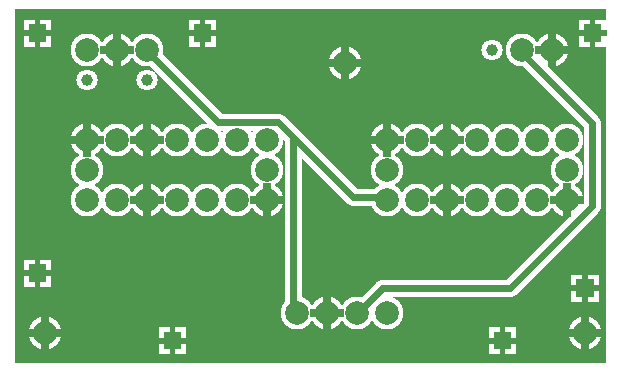
<source format=gbr>
%FSLAX34Y34*%
%MOMM*%
%LNCOPPER_TOP*%
G71*
G01*
%ADD10C,2.800*%
%ADD11C,1.400*%
%ADD12C,2.800*%
%ADD13C,1.800*%
%ADD14C,0.667*%
%ADD15C,0.500*%
%ADD16C,2.000*%
%ADD17C,0.600*%
%ADD18C,2.000*%
%ADD19C,1.000*%
%LPD*%
G36*
X0Y300000D02*
X500000Y300000D01*
X500000Y0D01*
X0Y0D01*
X0Y300000D01*
G37*
%LPC*%
X315100Y188710D02*
G54D10*
D03*
X340500Y188710D02*
G54D10*
D03*
X340500Y188710D02*
G54D10*
D03*
X365900Y188710D02*
G54D10*
D03*
X365900Y188710D02*
G54D10*
D03*
X391300Y188710D02*
G54D10*
D03*
X391300Y188710D02*
G54D10*
D03*
X416700Y188710D02*
G54D10*
D03*
X416700Y188710D02*
G54D10*
D03*
X442100Y188710D02*
G54D10*
D03*
X442100Y188710D02*
G54D10*
D03*
X467500Y188710D02*
G54D10*
D03*
X467500Y188710D02*
G54D10*
D03*
X467500Y163310D02*
G54D10*
D03*
X467500Y163310D02*
G54D10*
D03*
X467500Y137910D02*
G54D10*
D03*
X315100Y188710D02*
G54D10*
D03*
X315100Y163310D02*
G54D10*
D03*
X315100Y163310D02*
G54D10*
D03*
X315100Y137910D02*
G54D10*
D03*
X315100Y137910D02*
G54D10*
D03*
X340500Y137910D02*
G54D10*
D03*
X340500Y137910D02*
G54D10*
D03*
X365900Y137910D02*
G54D10*
D03*
X365900Y137910D02*
G54D10*
D03*
X391300Y137910D02*
G54D10*
D03*
X391300Y137910D02*
G54D10*
D03*
X416700Y137910D02*
G54D10*
D03*
X416700Y137910D02*
G54D10*
D03*
X442100Y137910D02*
G54D10*
D03*
X442100Y137910D02*
G54D10*
D03*
X467500Y137910D02*
G54D10*
D03*
X467500Y137910D02*
G54D10*
D03*
X315100Y137910D02*
G54D10*
D03*
X61100Y188710D02*
G54D10*
D03*
X86500Y188710D02*
G54D10*
D03*
X86500Y188710D02*
G54D10*
D03*
X111900Y188710D02*
G54D10*
D03*
X111900Y188710D02*
G54D10*
D03*
X137300Y188710D02*
G54D10*
D03*
X137300Y188710D02*
G54D10*
D03*
X162700Y188710D02*
G54D10*
D03*
X162700Y188710D02*
G54D10*
D03*
X188100Y188710D02*
G54D10*
D03*
X188100Y188710D02*
G54D10*
D03*
X213500Y188710D02*
G54D10*
D03*
X213500Y188710D02*
G54D10*
D03*
X213500Y163310D02*
G54D10*
D03*
X213500Y163310D02*
G54D10*
D03*
X213500Y137910D02*
G54D10*
D03*
X61100Y188710D02*
G54D10*
D03*
X61100Y163310D02*
G54D10*
D03*
X61100Y163310D02*
G54D10*
D03*
X61100Y137910D02*
G54D10*
D03*
X61100Y137910D02*
G54D10*
D03*
X86500Y137910D02*
G54D10*
D03*
X86500Y137910D02*
G54D10*
D03*
X111900Y137910D02*
G54D10*
D03*
X111900Y137910D02*
G54D10*
D03*
X137300Y137910D02*
G54D10*
D03*
X137300Y137910D02*
G54D10*
D03*
X162700Y137910D02*
G54D10*
D03*
X162700Y137910D02*
G54D10*
D03*
X188100Y137910D02*
G54D10*
D03*
X188100Y137910D02*
G54D10*
D03*
X213500Y137910D02*
G54D10*
D03*
X213500Y137910D02*
G54D10*
D03*
X61100Y137910D02*
G54D10*
D03*
X238900Y42660D02*
G54D10*
D03*
X238900Y42660D02*
G54D10*
D03*
X264300Y42660D02*
G54D10*
D03*
X264300Y42660D02*
G54D10*
D03*
X289700Y42660D02*
G54D10*
D03*
X289700Y42660D02*
G54D10*
D03*
X315100Y42660D02*
G54D10*
D03*
X315100Y42660D02*
G54D10*
D03*
X61100Y264910D02*
G54D10*
D03*
X86500Y264910D02*
G54D10*
D03*
X111900Y264910D02*
G54D10*
D03*
X454800Y264910D02*
G54D10*
D03*
X429400Y264910D02*
G54D10*
D03*
G54D11*
X111900Y264910D02*
X108750Y268060D01*
X172250Y204560D01*
X223050Y204560D01*
X286550Y141060D01*
X311950Y141060D01*
X315100Y137910D01*
G54D11*
X111900Y264910D02*
X108750Y268060D01*
X172250Y204560D01*
X223050Y204560D01*
X235750Y191860D01*
X235750Y45810D01*
X238900Y42660D01*
G54D11*
X429400Y264910D02*
X431800Y266700D01*
X431800Y260350D01*
X488950Y203200D01*
X488950Y133350D01*
X419100Y63500D01*
X311150Y63500D01*
X292100Y44450D01*
X289700Y42660D01*
X25400Y25400D02*
G54D10*
D03*
X25400Y25400D02*
G54D12*
D03*
X482600Y25400D02*
G54D12*
D03*
X279400Y254000D02*
G54D12*
D03*
G36*
X7550Y290900D02*
X30550Y290900D01*
X30550Y267900D01*
X7550Y267900D01*
X7550Y290900D01*
G37*
G36*
X7550Y87700D02*
X30550Y87700D01*
X30550Y64700D01*
X7550Y64700D01*
X7550Y87700D01*
G37*
G36*
X121850Y30550D02*
X144850Y30550D01*
X144850Y7550D01*
X121850Y7550D01*
X121850Y30550D01*
G37*
G36*
X401250Y30550D02*
X424250Y30550D01*
X424250Y7550D01*
X401250Y7550D01*
X401250Y30550D01*
G37*
G36*
X471100Y75000D02*
X494100Y75000D01*
X494100Y52000D01*
X471100Y52000D01*
X471100Y75000D01*
G37*
G36*
X147250Y290900D02*
X170250Y290900D01*
X170250Y267900D01*
X147250Y267900D01*
X147250Y290900D01*
G37*
G36*
X477450Y290900D02*
X500450Y290900D01*
X500450Y267900D01*
X477450Y267900D01*
X477450Y290900D01*
G37*
X61100Y239510D02*
G54D13*
D03*
X111900Y239510D02*
G54D13*
D03*
X404000Y264910D02*
G54D13*
D03*
%LPD*%
G54D14*
G36*
X362567Y188710D02*
X362567Y203210D01*
X369233Y203210D01*
X369233Y188710D01*
X362567Y188710D01*
G37*
G36*
X365900Y192043D02*
X380400Y192043D01*
X380400Y185377D01*
X365900Y185377D01*
X365900Y192043D01*
G37*
G36*
X369233Y188710D02*
X369233Y174210D01*
X362567Y174210D01*
X362567Y188710D01*
X369233Y188710D01*
G37*
G36*
X365900Y185377D02*
X351400Y185377D01*
X351400Y192043D01*
X365900Y192043D01*
X365900Y185377D01*
G37*
G54D14*
G36*
X315100Y192043D02*
X329600Y192043D01*
X329600Y185377D01*
X315100Y185377D01*
X315100Y192043D01*
G37*
G36*
X318433Y188710D02*
X318433Y174210D01*
X311767Y174210D01*
X311767Y188710D01*
X318433Y188710D01*
G37*
G36*
X315100Y185377D02*
X300600Y185377D01*
X300600Y192043D01*
X315100Y192043D01*
X315100Y185377D01*
G37*
G36*
X311767Y188710D02*
X311767Y203210D01*
X318433Y203210D01*
X318433Y188710D01*
X311767Y188710D01*
G37*
G54D14*
G36*
X362567Y137910D02*
X362567Y152410D01*
X369233Y152410D01*
X369233Y137910D01*
X362567Y137910D01*
G37*
G36*
X365900Y141243D02*
X380400Y141243D01*
X380400Y134577D01*
X365900Y134577D01*
X365900Y141243D01*
G37*
G36*
X369233Y137910D02*
X369233Y123410D01*
X362567Y123410D01*
X362567Y137910D01*
X369233Y137910D01*
G37*
G36*
X365900Y134577D02*
X351400Y134577D01*
X351400Y141243D01*
X365900Y141243D01*
X365900Y134577D01*
G37*
G54D14*
G36*
X467500Y141243D02*
X482000Y141243D01*
X482000Y134577D01*
X467500Y134577D01*
X467500Y141243D01*
G37*
G36*
X470833Y137910D02*
X470833Y123410D01*
X464167Y123410D01*
X464167Y137910D01*
X470833Y137910D01*
G37*
G36*
X467500Y134577D02*
X453000Y134577D01*
X453000Y141243D01*
X467500Y141243D01*
X467500Y134577D01*
G37*
G36*
X464167Y137910D02*
X464167Y152410D01*
X470833Y152410D01*
X470833Y137910D01*
X464167Y137910D01*
G37*
G54D14*
G36*
X108567Y188710D02*
X108567Y203210D01*
X115233Y203210D01*
X115233Y188710D01*
X108567Y188710D01*
G37*
G36*
X111900Y192043D02*
X126400Y192043D01*
X126400Y185377D01*
X111900Y185377D01*
X111900Y192043D01*
G37*
G36*
X115233Y188710D02*
X115233Y174210D01*
X108567Y174210D01*
X108567Y188710D01*
X115233Y188710D01*
G37*
G36*
X111900Y185377D02*
X97400Y185377D01*
X97400Y192043D01*
X111900Y192043D01*
X111900Y185377D01*
G37*
G54D14*
G36*
X61100Y192043D02*
X75600Y192043D01*
X75600Y185377D01*
X61100Y185377D01*
X61100Y192043D01*
G37*
G36*
X64433Y188710D02*
X64433Y174210D01*
X57767Y174210D01*
X57767Y188710D01*
X64433Y188710D01*
G37*
G36*
X61100Y185377D02*
X46600Y185377D01*
X46600Y192043D01*
X61100Y192043D01*
X61100Y185377D01*
G37*
G36*
X57767Y188710D02*
X57767Y203210D01*
X64433Y203210D01*
X64433Y188710D01*
X57767Y188710D01*
G37*
G54D14*
G36*
X108567Y137910D02*
X108567Y152410D01*
X115233Y152410D01*
X115233Y137910D01*
X108567Y137910D01*
G37*
G36*
X111900Y141243D02*
X126400Y141243D01*
X126400Y134577D01*
X111900Y134577D01*
X111900Y141243D01*
G37*
G36*
X115233Y137910D02*
X115233Y123410D01*
X108567Y123410D01*
X108567Y137910D01*
X115233Y137910D01*
G37*
G36*
X111900Y134577D02*
X97400Y134577D01*
X97400Y141243D01*
X111900Y141243D01*
X111900Y134577D01*
G37*
G54D14*
G36*
X213500Y141243D02*
X228000Y141243D01*
X228000Y134577D01*
X213500Y134577D01*
X213500Y141243D01*
G37*
G36*
X216833Y137910D02*
X216833Y123410D01*
X210167Y123410D01*
X210167Y137910D01*
X216833Y137910D01*
G37*
G36*
X213500Y134577D02*
X199000Y134577D01*
X199000Y141243D01*
X213500Y141243D01*
X213500Y134577D01*
G37*
G36*
X210167Y137910D02*
X210167Y152410D01*
X216833Y152410D01*
X216833Y137910D01*
X210167Y137910D01*
G37*
G54D14*
G36*
X260967Y42660D02*
X260967Y57160D01*
X267633Y57160D01*
X267633Y42660D01*
X260967Y42660D01*
G37*
G36*
X264300Y45993D02*
X278800Y45993D01*
X278800Y39327D01*
X264300Y39327D01*
X264300Y45993D01*
G37*
G36*
X267633Y42660D02*
X267633Y28160D01*
X260967Y28160D01*
X260967Y42660D01*
X267633Y42660D01*
G37*
G36*
X264300Y39327D02*
X249800Y39327D01*
X249800Y45993D01*
X264300Y45993D01*
X264300Y39327D01*
G37*
G54D14*
G36*
X83167Y264910D02*
X83167Y279410D01*
X89833Y279410D01*
X89833Y264910D01*
X83167Y264910D01*
G37*
G36*
X86500Y268243D02*
X101000Y268243D01*
X101000Y261577D01*
X86500Y261577D01*
X86500Y268243D01*
G37*
G36*
X89833Y264910D02*
X89833Y250410D01*
X83167Y250410D01*
X83167Y264910D01*
X89833Y264910D01*
G37*
G36*
X86500Y261577D02*
X72000Y261577D01*
X72000Y268243D01*
X86500Y268243D01*
X86500Y261577D01*
G37*
G54D14*
G36*
X451467Y264910D02*
X451467Y279410D01*
X458133Y279410D01*
X458133Y264910D01*
X451467Y264910D01*
G37*
G36*
X454800Y268243D02*
X469300Y268243D01*
X469300Y261577D01*
X454800Y261577D01*
X454800Y268243D01*
G37*
G36*
X458133Y264910D02*
X458133Y250410D01*
X451467Y250410D01*
X451467Y264910D01*
X458133Y264910D01*
G37*
G36*
X454800Y261577D02*
X440300Y261577D01*
X440300Y268243D01*
X454800Y268243D01*
X454800Y261577D01*
G37*
G54D14*
G36*
X22067Y25400D02*
X22067Y39900D01*
X28733Y39900D01*
X28733Y25400D01*
X22067Y25400D01*
G37*
G36*
X25400Y28733D02*
X39900Y28733D01*
X39900Y22067D01*
X25400Y22067D01*
X25400Y28733D01*
G37*
G36*
X28733Y25400D02*
X28733Y10900D01*
X22067Y10900D01*
X22067Y25400D01*
X28733Y25400D01*
G37*
G36*
X25400Y22067D02*
X10900Y22067D01*
X10900Y28733D01*
X25400Y28733D01*
X25400Y22067D01*
G37*
G54D14*
G36*
X479267Y25400D02*
X479267Y39900D01*
X485933Y39900D01*
X485933Y25400D01*
X479267Y25400D01*
G37*
G36*
X482600Y28733D02*
X497100Y28733D01*
X497100Y22067D01*
X482600Y22067D01*
X482600Y28733D01*
G37*
G36*
X485933Y25400D02*
X485933Y10900D01*
X479267Y10900D01*
X479267Y25400D01*
X485933Y25400D01*
G37*
G36*
X482600Y22067D02*
X468100Y22067D01*
X468100Y28733D01*
X482600Y28733D01*
X482600Y22067D01*
G37*
G54D14*
G36*
X276067Y254000D02*
X276067Y268500D01*
X282733Y268500D01*
X282733Y254000D01*
X276067Y254000D01*
G37*
G36*
X279400Y257333D02*
X293900Y257333D01*
X293900Y250667D01*
X279400Y250667D01*
X279400Y257333D01*
G37*
G36*
X282733Y254000D02*
X282733Y239500D01*
X276067Y239500D01*
X276067Y254000D01*
X282733Y254000D01*
G37*
G36*
X279400Y250667D02*
X264900Y250667D01*
X264900Y257333D01*
X279400Y257333D01*
X279400Y250667D01*
G37*
G54D15*
G36*
X16550Y279400D02*
X16550Y291400D01*
X21550Y291400D01*
X21550Y279400D01*
X16550Y279400D01*
G37*
G36*
X19050Y281900D02*
X31050Y281900D01*
X31050Y276900D01*
X19050Y276900D01*
X19050Y281900D01*
G37*
G36*
X21550Y279400D02*
X21550Y267400D01*
X16550Y267400D01*
X16550Y279400D01*
X21550Y279400D01*
G37*
G36*
X19050Y276900D02*
X7050Y276900D01*
X7050Y281900D01*
X19050Y281900D01*
X19050Y276900D01*
G37*
G54D15*
G36*
X16550Y76200D02*
X16550Y88200D01*
X21550Y88200D01*
X21550Y76200D01*
X16550Y76200D01*
G37*
G36*
X19050Y78700D02*
X31050Y78700D01*
X31050Y73700D01*
X19050Y73700D01*
X19050Y78700D01*
G37*
G36*
X21550Y76200D02*
X21550Y64200D01*
X16550Y64200D01*
X16550Y76200D01*
X21550Y76200D01*
G37*
G36*
X19050Y73700D02*
X7050Y73700D01*
X7050Y78700D01*
X19050Y78700D01*
X19050Y73700D01*
G37*
G54D15*
G36*
X130850Y19050D02*
X130850Y31050D01*
X135850Y31050D01*
X135850Y19050D01*
X130850Y19050D01*
G37*
G36*
X133350Y21550D02*
X145350Y21550D01*
X145350Y16550D01*
X133350Y16550D01*
X133350Y21550D01*
G37*
G36*
X135850Y19050D02*
X135850Y7050D01*
X130850Y7050D01*
X130850Y19050D01*
X135850Y19050D01*
G37*
G36*
X133350Y16550D02*
X121350Y16550D01*
X121350Y21550D01*
X133350Y21550D01*
X133350Y16550D01*
G37*
G54D15*
G36*
X410250Y19050D02*
X410250Y31050D01*
X415250Y31050D01*
X415250Y19050D01*
X410250Y19050D01*
G37*
G36*
X412750Y21550D02*
X424750Y21550D01*
X424750Y16550D01*
X412750Y16550D01*
X412750Y21550D01*
G37*
G36*
X415250Y19050D02*
X415250Y7050D01*
X410250Y7050D01*
X410250Y19050D01*
X415250Y19050D01*
G37*
G36*
X412750Y16550D02*
X400750Y16550D01*
X400750Y21550D01*
X412750Y21550D01*
X412750Y16550D01*
G37*
G54D15*
G36*
X480100Y63500D02*
X480100Y75500D01*
X485100Y75500D01*
X485100Y63500D01*
X480100Y63500D01*
G37*
G36*
X482600Y66000D02*
X494600Y66000D01*
X494600Y61000D01*
X482600Y61000D01*
X482600Y66000D01*
G37*
G36*
X485100Y63500D02*
X485100Y51500D01*
X480100Y51500D01*
X480100Y63500D01*
X485100Y63500D01*
G37*
G36*
X482600Y61000D02*
X470600Y61000D01*
X470600Y66000D01*
X482600Y66000D01*
X482600Y61000D01*
G37*
G54D15*
G36*
X156250Y279400D02*
X156250Y291400D01*
X161250Y291400D01*
X161250Y279400D01*
X156250Y279400D01*
G37*
G36*
X158750Y281900D02*
X170750Y281900D01*
X170750Y276900D01*
X158750Y276900D01*
X158750Y281900D01*
G37*
G36*
X161250Y279400D02*
X161250Y267400D01*
X156250Y267400D01*
X156250Y279400D01*
X161250Y279400D01*
G37*
G36*
X158750Y276900D02*
X146750Y276900D01*
X146750Y281900D01*
X158750Y281900D01*
X158750Y276900D01*
G37*
G54D15*
G36*
X486450Y279400D02*
X486450Y291400D01*
X491450Y291400D01*
X491450Y279400D01*
X486450Y279400D01*
G37*
G36*
X488950Y281900D02*
X500950Y281900D01*
X500950Y276900D01*
X488950Y276900D01*
X488950Y281900D01*
G37*
G36*
X491450Y279400D02*
X491450Y267400D01*
X486450Y267400D01*
X486450Y279400D01*
X491450Y279400D01*
G37*
G36*
X488950Y276900D02*
X476950Y276900D01*
X476950Y281900D01*
X488950Y281900D01*
X488950Y276900D01*
G37*
X315100Y188710D02*
G54D16*
D03*
X340500Y188710D02*
G54D16*
D03*
X340500Y188710D02*
G54D16*
D03*
X365900Y188710D02*
G54D16*
D03*
X365900Y188710D02*
G54D16*
D03*
X391300Y188710D02*
G54D16*
D03*
X391300Y188710D02*
G54D16*
D03*
X416700Y188710D02*
G54D16*
D03*
X416700Y188710D02*
G54D16*
D03*
X442100Y188710D02*
G54D16*
D03*
X442100Y188710D02*
G54D16*
D03*
X467500Y188710D02*
G54D16*
D03*
X467500Y188710D02*
G54D16*
D03*
X467500Y163310D02*
G54D16*
D03*
X467500Y163310D02*
G54D16*
D03*
X467500Y137910D02*
G54D16*
D03*
X315100Y188710D02*
G54D16*
D03*
X315100Y163310D02*
G54D16*
D03*
X315100Y163310D02*
G54D16*
D03*
X315100Y137910D02*
G54D16*
D03*
X315100Y137910D02*
G54D16*
D03*
X340500Y137910D02*
G54D16*
D03*
X340500Y137910D02*
G54D16*
D03*
X365900Y137910D02*
G54D16*
D03*
X365900Y137910D02*
G54D16*
D03*
X391300Y137910D02*
G54D16*
D03*
X391300Y137910D02*
G54D16*
D03*
X416700Y137910D02*
G54D16*
D03*
X416700Y137910D02*
G54D16*
D03*
X442100Y137910D02*
G54D16*
D03*
X442100Y137910D02*
G54D16*
D03*
X467500Y137910D02*
G54D16*
D03*
X467500Y137910D02*
G54D16*
D03*
X315100Y137910D02*
G54D16*
D03*
X61100Y188710D02*
G54D16*
D03*
X86500Y188710D02*
G54D16*
D03*
X86500Y188710D02*
G54D16*
D03*
X111900Y188710D02*
G54D16*
D03*
X111900Y188710D02*
G54D16*
D03*
X137300Y188710D02*
G54D16*
D03*
X137300Y188710D02*
G54D16*
D03*
X162700Y188710D02*
G54D16*
D03*
X162700Y188710D02*
G54D16*
D03*
X188100Y188710D02*
G54D16*
D03*
X188100Y188710D02*
G54D16*
D03*
X213500Y188710D02*
G54D16*
D03*
X213500Y188710D02*
G54D16*
D03*
X213500Y163310D02*
G54D16*
D03*
X213500Y163310D02*
G54D16*
D03*
X213500Y137910D02*
G54D16*
D03*
X61100Y188710D02*
G54D16*
D03*
X61100Y163310D02*
G54D16*
D03*
X61100Y163310D02*
G54D16*
D03*
X61100Y137910D02*
G54D16*
D03*
X61100Y137910D02*
G54D16*
D03*
X86500Y137910D02*
G54D16*
D03*
X86500Y137910D02*
G54D16*
D03*
X111900Y137910D02*
G54D16*
D03*
X111900Y137910D02*
G54D16*
D03*
X137300Y137910D02*
G54D16*
D03*
X137300Y137910D02*
G54D16*
D03*
X162700Y137910D02*
G54D16*
D03*
X162700Y137910D02*
G54D16*
D03*
X188100Y137910D02*
G54D16*
D03*
X188100Y137910D02*
G54D16*
D03*
X213500Y137910D02*
G54D16*
D03*
X213500Y137910D02*
G54D16*
D03*
X61100Y137910D02*
G54D16*
D03*
X238900Y42660D02*
G54D16*
D03*
X238900Y42660D02*
G54D16*
D03*
X264300Y42660D02*
G54D16*
D03*
X264300Y42660D02*
G54D16*
D03*
X289700Y42660D02*
G54D16*
D03*
X289700Y42660D02*
G54D16*
D03*
X315100Y42660D02*
G54D16*
D03*
X315100Y42660D02*
G54D16*
D03*
X61100Y264910D02*
G54D16*
D03*
X86500Y264910D02*
G54D16*
D03*
X111900Y264910D02*
G54D16*
D03*
X454800Y264910D02*
G54D16*
D03*
X429400Y264910D02*
G54D16*
D03*
G54D17*
X111900Y264910D02*
X108750Y268060D01*
X172250Y204560D01*
X223050Y204560D01*
X286550Y141060D01*
X311950Y141060D01*
X315100Y137910D01*
G54D17*
X111900Y264910D02*
X108750Y268060D01*
X172250Y204560D01*
X223050Y204560D01*
X235750Y191860D01*
X235750Y45810D01*
X238900Y42660D01*
G54D17*
X429400Y264910D02*
X431800Y266700D01*
X431800Y260350D01*
X488950Y203200D01*
X488950Y133350D01*
X419100Y63500D01*
X311150Y63500D01*
X292100Y44450D01*
X289700Y42660D01*
X25400Y25400D02*
G54D16*
D03*
X25400Y25400D02*
G54D18*
D03*
X482600Y25400D02*
G54D18*
D03*
X279400Y254000D02*
G54D18*
D03*
G36*
X11550Y286900D02*
X26550Y286900D01*
X26550Y271900D01*
X11550Y271900D01*
X11550Y286900D01*
G37*
G36*
X11550Y83700D02*
X26550Y83700D01*
X26550Y68700D01*
X11550Y68700D01*
X11550Y83700D01*
G37*
G36*
X125850Y26550D02*
X140850Y26550D01*
X140850Y11550D01*
X125850Y11550D01*
X125850Y26550D01*
G37*
G36*
X405250Y26550D02*
X420250Y26550D01*
X420250Y11550D01*
X405250Y11550D01*
X405250Y26550D01*
G37*
G36*
X475100Y71000D02*
X490100Y71000D01*
X490100Y56000D01*
X475100Y56000D01*
X475100Y71000D01*
G37*
G36*
X151250Y286900D02*
X166250Y286900D01*
X166250Y271900D01*
X151250Y271900D01*
X151250Y286900D01*
G37*
G36*
X481450Y286900D02*
X496450Y286900D01*
X496450Y271900D01*
X481450Y271900D01*
X481450Y286900D01*
G37*
X61100Y239510D02*
G54D19*
D03*
X111900Y239510D02*
G54D19*
D03*
X404000Y264910D02*
G54D19*
D03*
M02*

</source>
